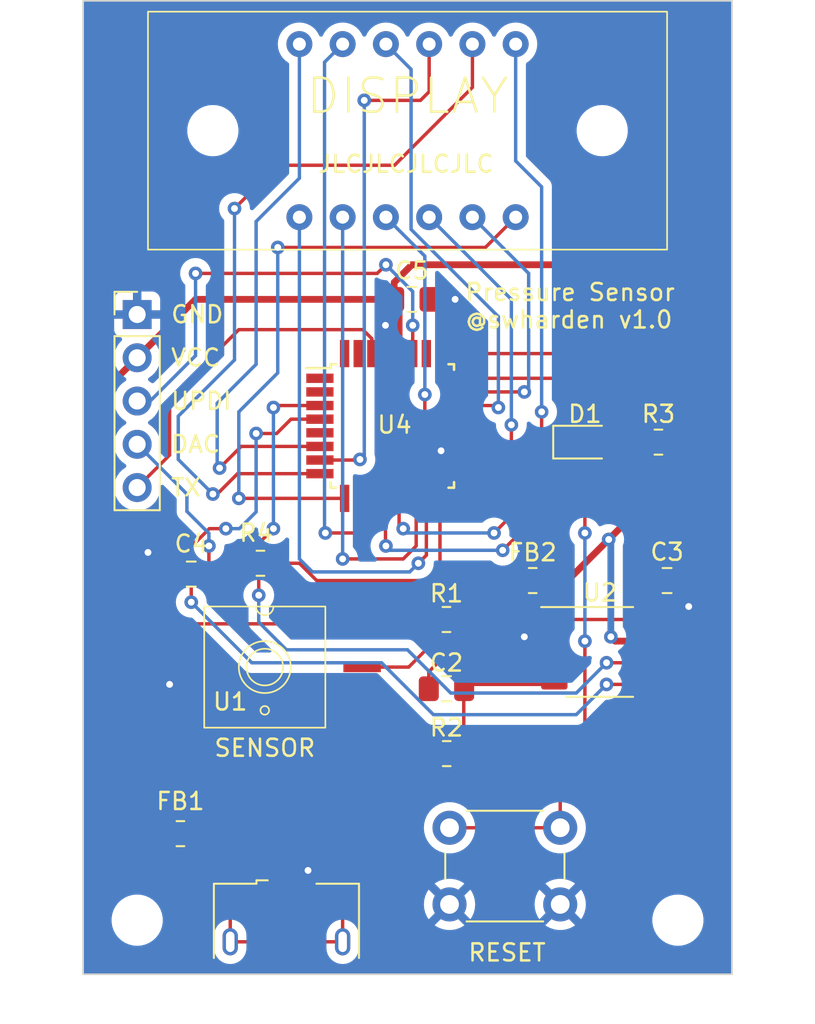
<source format=kicad_pcb>
(kicad_pcb (version 20221018) (generator pcbnew)
  (layers (0 "F.Cu" signal) (31 "B.Cu" signal) (34 "B.Paste" user) (35 "F.Paste" user) (36 "B.SilkS" user "B.Silkscreen") (37 "F.SilkS" user "F.Silkscreen") (38 "B.Mask" user) (39 "F.Mask" user) (44 "Edge.Cuts" user))
  (net 0 "")
  (net 1 "Net-(U4-PF5)")
  (net 2 "GND")
  (net 3 "Net-(C1-VBUS)")
  (net 7 "unconnected-(C1-Shield-Pad6)")
  (net 8 "Net-(U2-IN_NEG)")
  (net 9 "Net-(U2-IN_POS)")
  (net 10 "AVCC")
  (net 11 "DAC")
  (net 12 "VCC")
  (net 13 "Net-(D1-K)")
  (net 14 "Net-(D1-A)")
  (net 15 "UPDI")
  (net 16 "TX")
  (net 17 "Net-(R1-Pad1)")
  (net 18 "Net-(U1-Vpos)")
  (net 19 "Net-(U4-PD6)")
  (net 21 "SPI_CLK")
  (net 22 "SPI_MISO")
  (net 23 "SEG_E")
  (net 24 "SEG_D")
  (net 25 "SEG_P")
  (net 26 "SEG_C")
  (net 27 "SEG_G")
  (net 28 "DIG_4")
  (net 29 "SEG_B")
  (net 30 "DIG_3")
  (net 31 "DIG_2")
  (net 32 "SEG_F")
  (net 33 "SEG_A")
  (net 34 "DIG_1")
  (footprint "Capacitor_SMD:C_0805_2012Metric_Pad1.18x1.45mm_HandSolder" (layer "F.Cu") (at 107.95 84.455 180)
    (fp_text reference "C4" (at 0 1.778) (layer "F.SilkS"))
    (fp_text value ".1u")
    (fp_line (start -0.261252 -0.735) (end 0.261252 -0.735) (stroke (width 0.12)) (layer "F.SilkS"))
    (fp_line (start -0.261252 0.735) (end 0.261252 0.735) (stroke (width 0.12)) (layer "F.SilkS"))
    (pad "1" smd roundrect (at -1.0375 0 180) (size 1.175 1.45) (layers "F.Cu" "F.Paste" "F.Mask") (roundrect_rratio 0.2127659574) (net 11 "DAC"))
    (pad "2" smd roundrect (at 1.0375 0 180) (size 1.175 1.45) (layers "F.Cu" "F.Paste" "F.Mask") (roundrect_rratio 0.2127659574) (net 2 "GND"))
  )
  (footprint "Resistor_SMD:R_0805_2012Metric_Pad1.20x1.40mm_HandSolder" (layer "F.Cu") (at 122.936 87.122)
    (fp_text reference "R1" (at 0 -1.524) (layer "F.SilkS"))
    (fp_text value "1k")
    (fp_line (start -0.227064 -0.735) (end 0.227064 -0.735) (stroke (width 0.12)) (layer "F.SilkS"))
    (fp_line (start -0.227064 0.735) (end 0.227064 0.735) (stroke (width 0.12)) (layer "F.SilkS"))
    (pad "1" smd roundrect (at -1 0) (size 1.2 1.4) (layers "F.Cu" "F.Paste" "F.Mask") (roundrect_rratio 0.2083333333) (net 17 "Net-(R1-Pad1)"))
    (pad "2" smd roundrect (at 1 0) (size 1.2 1.4) (layers "F.Cu" "F.Paste" "F.Mask") (roundrect_rratio 0.2083333333) (net 8 "Net-(U2-IN_NEG)"))
  )
  (footprint "Connector_USB:USB_Micro-B_Amphenol_10118193-0001LF_Horizontal" (layer "F.Cu") (at 113.54 106.045)
    (fp_text reference "POWER" hide)
    (fp_text value "USB_B_Micro")
    (fp_line (start -4.26 -3.41) (end -4.26 0.95) (stroke (width 0.12)) (layer "F.SilkS"))
    (fp_line (start -4.26 -3.41) (end -1.76 -3.41) (stroke (width 0.12)) (layer "F.SilkS"))
    (fp_line (start -1.76 -3.41) (end -1.76 -3.61) (stroke (width 0.12)) (layer "F.SilkS"))
    (fp_line (start -1.1 -3.61) (end -1.76 -3.61) (stroke (width 0.12)) (layer "F.SilkS"))
    (fp_line (start 1.76 -3.41) (end 4.26 -3.41) (stroke (width 0.12)) (layer "F.SilkS"))
    (fp_line (start 4.26 -3.41) (end 4.26 0.95) (stroke (width 0.12)) (layer "F.SilkS"))
    (pad "1" smd roundrect (at -1.3 -2.675) (size 0.4 1.35) (layers "F.Cu" "F.Paste" "F.Mask") (net 3 "Net-(C1-VBUS)"))
    (pad "2" smd roundrect (at -0.65 -2.675) (size 0.4 1.35) (layers "F.Cu" "F.Paste" "F.Mask"))
    (pad "3" smd roundrect (at 0 -2.675) (size 0.4 1.35) (layers "F.Cu" "F.Paste" "F.Mask"))
    (pad "4" smd roundrect (at 0.65 -2.675) (size 0.4 1.35) (layers "F.Cu" "F.Paste" "F.Mask"))
    (pad "5" smd roundrect (at 1.3 -2.675) (size 0.4 1.35) (layers "F.Cu" "F.Paste" "F.Mask") (net 2 "GND"))
    (pad "6" thru_hole oval (at -3.3 0 90) (size 1.6 0.9) (drill oval 1.2 0.5) (layers "*.Cu" "*.Mask" "F.Paste") (net 7 "unconnected-(C1-Shield-Pad6)"))
    (pad "6" smd roundrect (at -3.2 -2.45) (size 1.6 1.4) (layers "F.Cu" "F.Paste" "F.Mask") (roundrect_rratio 0.1785714286) (net 7 "unconnected-(C1-Shield-Pad6)"))
    (pad "6" smd roundrect (at -1.2 0) (size 1.9 1.9) (layers "F.Cu" "F.Paste" "F.Mask") (roundrect_rratio 0.1315789474) (net 7 "unconnected-(C1-Shield-Pad6)"))
    (pad "6" smd roundrect (at 1.2 0) (size 1.9 1.9) (layers "F.Cu" "F.Paste" "F.Mask") (roundrect_rratio 0.1315789474) (net 7 "unconnected-(C1-Shield-Pad6)"))
    (pad "6" smd roundrect (at 3.2 -2.45) (size 1.6 1.4) (layers "F.Cu" "F.Paste" "F.Mask") (roundrect_rratio 0.1785714286) (net 7 "unconnected-(C1-Shield-Pad6)"))
    (pad "6" thru_hole oval (at 3.3 0 90) (size 1.6 0.9) (drill oval 1.2 0.5) (layers "*.Cu" "*.Mask" "F.Paste") (net 7 "unconnected-(C1-Shield-Pad6)"))
  )
  (footprint "Library:pressure-sensor-SOIC-6" (layer "F.Cu") (at 112.268 89.916)
    (fp_text reference "U1" (at -2.032 2.032) (layer "F.SilkS"))
    (fp_text value "SENSOR" hide)
    (fp_rect (start -3.556 -3.556) (end 3.556 3.556) (stroke (width 0.1)) (fill none) (layer "F.SilkS"))
    (fp_arc (start 0.508 -3.556) (mid 0 -3.048) (end -0.508 -3.556) (stroke (width 0.1)) (layer "F.SilkS"))
    (fp_circle (center 0 0) (end 0.762 0.762) (stroke (width 0.1)) (fill none) (layer "F.SilkS"))
    (fp_circle (center 0 0) (end 1.524 0) (stroke (width 0.1)) (fill none) (layer "F.SilkS"))
    (fp_circle (center 0 2.54) (end 0.254 2.54) (stroke (width 0.1)) (fill none) (layer "F.SilkS"))
    (pad "1" smd rect (at -5.715 -2.54 270) (size 0.6 2.2) (layers "F.Cu" "F.Paste" "F.Mask") (net 17 "Net-(R1-Pad1)"))
    (pad "2" smd rect (at -5.715 0 270) (size 0.6 2.2) (layers "F.Cu" "F.Paste" "F.Mask") (net 2 "GND"))
    (pad "3" smd rect (at -5.715 2.54 270) (size 0.6 2.2) (layers "F.Cu" "F.Paste" "F.Mask"))
    (pad "4" smd rect (at 5.715 2.54 270) (size 0.6 2.2) (layers "F.Cu" "F.Paste" "F.Mask") (net 18 "Net-(U1-Vpos)"))
    (pad "5" smd rect (at 5.715 0 270) (size 0.6 2.2) (layers "F.Cu" "F.Paste" "F.Mask") (net 10 "AVCC"))
    (pad "6" smd rect (at 5.715 -2.54 270) (size 0.6 2.2) (layers "F.Cu" "F.Paste" "F.Mask") (net 17 "Net-(R1-Pad1)"))
  )
  (footprint "Connector_PinHeader_2.54mm:PinHeader_1x05_P2.54mm_Vertical" (layer "F.Cu") (at 104.775 69.215)
    (fp_text reference "J1" hide)
    (fp_text value "PROG")
    (fp_line (start -1.33 -1.33) (end 0 -1.33) (stroke (width 0.12)) (layer "F.SilkS"))
    (fp_line (start -1.33 0) (end -1.33 -1.33) (stroke (width 0.12)) (layer "F.SilkS"))
    (fp_line (start -1.33 1.27) (end -1.33 11.49) (stroke (width 0.12)) (layer "F.SilkS"))
    (fp_line (start -1.33 1.27) (end 1.33 1.27) (stroke (width 0.12)) (layer "F.SilkS"))
    (fp_line (start -1.33 11.49) (end 1.33 11.49) (stroke (width 0.12)) (layer "F.SilkS"))
    (fp_line (start 1.33 1.27) (end 1.33 11.49) (stroke (width 0.12)) (layer "F.SilkS"))
    (pad "1" thru_hole rect (at 0 0) (size 1.7 1.7) (drill 1) (layers "*.Cu" "*.Mask") (net 2 "GND"))
    (pad "2" thru_hole oval (at 0 2.54) (size 1.7 1.7) (drill 1) (layers "*.Cu" "*.Mask") (net 12 "VCC"))
    (pad "3" thru_hole oval (at 0 5.08) (size 1.7 1.7) (drill 1) (layers "*.Cu" "*.Mask") (net 15 "UPDI"))
    (pad "4" thru_hole oval (at 0 7.62) (size 1.7 1.7) (drill 1) (layers "*.Cu" "*.Mask") (net 11 "DAC"))
    (pad "5" thru_hole oval (at 0 10.16) (size 1.7 1.7) (drill 1) (layers "*.Cu" "*.Mask") (net 16 "TX"))
  )
  (footprint "MountingHole:MountingHole_2.5mm" (layer "F.Cu") (at 132.08 58.42)
    (fp_text reference "REF**" hide)
    (fp_text value "MountingHole_2.5mm")
    (pad "" np_thru_hole circle (at 0 0) (size 2.5 2.5) (drill 2.5) (layers "*.Cu" "*.Mask"))
  )
  (footprint "Library:7_seg_display_DIP12" (layer "F.Cu") (at 120.65 58.42 90)
    (fp_text reference "U3" hide)
    (fp_text value "DISPLAY" (at 2.032 0 unlocked) (layer "F.SilkS") (effects (font (size 2 2))))
    (fp_rect (start -6.985 -15.24) (end 6.985 15.24) (stroke (width 0.1)) (fill none) (layer "F.SilkS"))
    (pad "1" thru_hole circle (at -5.08 -6.35 90) (size 1.524 1.524) (drill 0.762) (layers "*.Cu" "*.Mask") (net 23 "SEG_E"))
    (pad "2" thru_hole circle (at -5.08 -3.81 90) (size 1.524 1.524) (drill 0.762) (layers "*.Cu" "*.Mask") (net 24 "SEG_D"))
    (pad "3" thru_hole circle (at -5.08 -1.27 90) (size 1.524 1.524) (drill 0.762) (layers "*.Cu" "*.Mask") (net 25 "SEG_P"))
    (pad "4" thru_hole circle (at -5.08 1.27 90) (size 1.524 1.524) (drill 0.762) (layers "*.Cu" "*.Mask") (net 26 "SEG_C"))
    (pad "5" thru_hole circle (at -5.08 3.81 90) (size 1.524 1.524) (drill 0.762) (layers "*.Cu" "*.Mask") (net 27 "SEG_G"))
    (pad "6" thru_hole circle (at -5.08 6.35 90) (size 1.524 1.524) (drill 0.762) (layers "*.Cu" "*.Mask") (net 28 "DIG_4"))
    (pad "7" thru_hole circle (at 5.08 6.35 90) (size 1.524 1.524) (drill 0.762) (layers "*.Cu" "*.Mask") (net 29 "SEG_B"))
    (pad "8" thru_hole circle (at 5.08 3.81 90) (size 1.524 1.524) (drill 0.762) (layers "*.Cu" "*.Mask") (net 30 "DIG_3"))
    (pad "9" thru_hole circle (at 5.08 1.27 90) (size 1.524 1.524) (drill 0.762) (layers "*.Cu" "*.Mask") (net 31 "DIG_2"))
    (pad "10" thru_hole circle (at 5.08 -1.27 90) (size 1.524 1.524) (drill 0.762) (layers "*.Cu" "*.Mask") (net 32 "SEG_F"))
    (pad "11" thru_hole circle (at 5.08 -3.81 90) (size 1.524 1.524) (drill 0.762) (layers "*.Cu" "*.Mask") (net 33 "SEG_A"))
    (pad "12" thru_hole circle (at 5.08 -6.35 90) (size 1.524 1.524) (drill 0.762) (layers "*.Cu" "*.Mask") (net 34 "DIG_1"))
  )
  (footprint "Package_QFP:TQFP-32_7x7mm_P0.8mm" (layer "F.Cu") (at 119.755 75.76)
    (fp_text reference "U4" (at 0.133 -0.068) (layer "F.SilkS"))
    (fp_text value "AVR64DD32")
    (fp_line (start -3.625 -3.625) (end -3.625 -3.4) (stroke (width 0.15)) (layer "F.SilkS"))
    (fp_line (start -3.625 -3.625) (end -3.3 -3.625) (stroke (width 0.15)) (layer "F.SilkS"))
    (fp_line (start -3.625 -3.4) (end -5.05 -3.4) (stroke (width 0.15)) (layer "F.SilkS"))
    (fp_line (start -3.625 3.625) (end -3.625 3.3) (stroke (width 0.15)) (layer "F.SilkS"))
    (fp_line (start -3.625 3.625) (end -3.3 3.625) (stroke (width 0.15)) (layer "F.SilkS"))
    (fp_line (start 3.625 -3.625) (end 3.3 -3.625) (stroke (width 0.15)) (layer "F.SilkS"))
    (fp_line (start 3.625 -3.625) (end 3.625 -3.3) (stroke (width 0.15)) (layer "F.SilkS"))
    (fp_line (start 3.625 3.625) (end 3.3 3.625) (stroke (width 0.15)) (layer "F.SilkS"))
    (fp_line (start 3.625 3.625) (end 3.625 3.3) (stroke (width 0.15)) (layer "F.SilkS"))
    (pad "1" smd rect (at -4.25 -2.8) (size 1.6 0.55) (layers "F.Cu" "F.Paste" "F.Mask"))
    (pad "2" smd rect (at -4.25 -2) (size 1.6 0.55) (layers "F.Cu" "F.Paste" "F.Mask"))
    (pad "3" smd rect (at -4.25 -1.2) (size 1.6 0.55) (layers "F.Cu" "F.Paste" "F.Mask") (net 22 "SPI_MISO"))
    (pad "4" smd rect (at -4.25 -0.4) (size 1.6 0.55) (layers "F.Cu" "F.Paste" "F.Mask") (net 21 "SPI_CLK"))
    (pad "5" smd rect (at -4.25 0.4) (size 1.6 0.55) (layers "F.Cu" "F.Paste" "F.Mask"))
    (pad "6" smd rect (at -4.25 1.2) (size 1.6 0.55) (layers "F.Cu" "F.Paste" "F.Mask") (net 34 "DIG_1"))
    (pad "7" smd rect (at -4.25 2) (size 1.6 0.55) (layers "F.Cu" "F.Paste" "F.Mask") (net 31 "DIG_2"))
    (pad "8" smd rect (at -4.25 2.8) (size 1.6 0.55) (layers "F.Cu" "F.Paste" "F.Mask") (net 30 "DIG_3"))
    (pad "9" smd rect (at -2.8 4.25 90) (size 1.6 0.55) (layers "F.Cu" "F.Paste" "F.Mask") (net 28 "DIG_4"))
    (pad "10" smd rect (at -2 4.25 90) (size 1.6 0.55) (layers "F.Cu" "F.Paste" "F.Mask"))
    (pad "11" smd rect (at -1.2 4.25 90) (size 1.6 0.55) (layers "F.Cu" "F.Paste" "F.Mask") (net 33 "SEG_A"))
    (pad "12" smd rect (at -0.4 4.25 90) (size 1.6 0.55) (layers "F.Cu" "F.Paste" "F.Mask") (net 29 "SEG_B"))
    (pad "13" smd rect (at 0.4 4.25 90) (size 1.6 0.55) (layers "F.Cu" "F.Paste" "F.Mask") (net 26 "SEG_C"))
    (pad "14" smd rect (at 1.2 4.25 90) (size 1.6 0.55) (layers "F.Cu" "F.Paste" "F.Mask") (net 24 "SEG_D"))
    (pad "15" smd rect (at 2 4.25 90) (size 1.6 0.55) (layers "F.Cu" "F.Paste" "F.Mask") (net 23 "SEG_E"))
    (pad "16" smd rect (at 2.8 4.25 90) (size 1.6 0.55) (layers "F.Cu" "F.Paste" "F.Mask") (net 19 "Net-(U4-PD6)"))
    (pad "17" smd rect (at 4.25 2.8) (size 1.6 0.55) (layers "F.Cu" "F.Paste" "F.Mask") (net 25 "SEG_P"))
    (pad "18" smd rect (at 4.25 2) (size 1.6 0.55) (layers "F.Cu" "F.Paste" "F.Mask"))
    (pad "19" smd rect (at 4.25 1.2) (size 1.6 0.55) (layers "F.Cu" "F.Paste" "F.Mask") (net 2 "GND"))
    (pad "20" smd rect (at 4.25 0.4) (size 1.6 0.55) (layers "F.Cu" "F.Paste" "F.Mask"))
    (pad "21" smd rect (at 4.25 -0.4) (size 1.6 0.55) (layers "F.Cu" "F.Paste" "F.Mask"))
    (pad "22" smd rect (at 4.25 -1.2) (size 1.6 0.55) (layers "F.Cu" "F.Paste" "F.Mask") (net 32 "SEG_F"))
    (pad "23" smd rect (at 4.25 -2) (size 1.6 0.55) (layers "F.Cu" "F.Paste" "F.Mask") (net 27 "SEG_G"))
    (pad "24" smd rect (at 4.25 -2.8) (size 1.6 0.55) (layers "F.Cu" "F.Paste" "F.Mask") (net 13 "Net-(D1-K)"))
    (pad "25" smd rect (at 2.8 -4.25 90) (size 1.6 0.55) (layers "F.Cu" "F.Paste" "F.Mask") (net 1 "Net-(U4-PF5)"))
    (pad "26" smd rect (at 2 -4.25 90) (size 1.6 0.55) (layers "F.Cu" "F.Paste" "F.Mask"))
    (pad "27" smd rect (at 1.2 -4.25 90) (size 1.6 0.55) (layers "F.Cu" "F.Paste" "F.Mask") (net 15 "UPDI"))
    (pad "28" smd rect (at 0.4 -4.25 90) (size 1.6 0.55) (layers "F.Cu" "F.Paste" "F.Mask") (net 12 "VCC"))
    (pad "29" smd rect (at -0.4 -4.25 90) (size 1.6 0.55) (layers "F.Cu" "F.Paste" "F.Mask") (net 2 "GND"))
    (pad "30" smd rect (at -1.2 -4.25 90) (size 1.6 0.55) (layers "F.Cu" "F.Paste" "F.Mask") (net 16 "TX"))
    (pad "31" smd rect (at -2 -4.25 90) (size 1.6 0.55) (layers "F.Cu" "F.Paste" "F.Mask"))
    (pad "32" smd rect (at -2.8 -4.25 90) (size 1.6 0.55) (layers "F.Cu" "F.Paste" "F.Mask"))
  )
  (footprint "MountingHole:MountingHole_2.5mm" (layer "F.Cu") (at 109.22 58.42)
    (fp_text reference "REF**" hide)
    (fp_text value "MountingHole_2.5mm")
    (pad "" np_thru_hole circle (at 0 0) (size 2.5 2.5) (drill 2.5) (layers "*.Cu" "*.Mask"))
  )
  (footprint "MountingHole:MountingHole_2.5mm" (layer "F.Cu") (at 104.775 104.775)
    (fp_text reference "REF**" hide)
    (fp_text value "MountingHole_2.5mm")
    (pad "" np_thru_hole circle (at 0 0) (size 2.5 2.5) (drill 2.5) (layers "*.Cu" "*.Mask"))
  )
  (footprint "MountingHole:MountingHole_2.5mm" (layer "F.Cu") (at 136.525 104.775)
    (fp_text reference "REF**" hide)
    (fp_text value "MountingHole_2.5mm")
    (pad "" np_thru_hole circle (at 0 0) (size 2.5 2.5) (drill 2.5) (layers "*.Cu" "*.Mask"))
  )
  (footprint "Resistor_SMD:R_0805_2012Metric_Pad1.20x1.40mm_HandSolder" (layer "F.Cu") (at 135.382 76.708)
    (fp_text reference "R3" (at 0 -1.65) (layer "F.SilkS"))
    (fp_text value "10k")
    (fp_line (start -0.227064 -0.735) (end 0.227064 -0.735) (stroke (width 0.12)) (layer "F.SilkS"))
    (fp_line (start -0.227064 0.735) (end 0.227064 0.735) (stroke (width 0.12)) (layer "F.SilkS"))
    (pad "1" smd roundrect (at -1 0) (size 1.2 1.4) (layers "F.Cu" "F.Paste" "F.Mask") (roundrect_rratio 0.2083333333) (net 14 "Net-(D1-A)"))
    (pad "2" smd roundrect (at 1 0) (size 1.2 1.4) (layers "F.Cu" "F.Paste" "F.Mask") (roundrect_rratio 0.2083333333) (net 12 "VCC"))
  )
  (footprint "Package_SO:SSOP-8_3.9x5.05mm_P1.27mm" (layer "F.Cu") (at 131.945 89.027)
    (fp_text reference "U2" (at 0 -3.48) (layer "F.SilkS"))
    (fp_text value "HX710")
    (fp_line (start 0 -2.635) (end -3.45 -2.635) (stroke (width 0.12)) (layer "F.SilkS"))
    (fp_line (start 0 -2.635) (end 1.95 -2.635) (stroke (width 0.12)) (layer "F.SilkS"))
    (fp_line (start 0 2.635) (end -1.95 2.635) (stroke (width 0.12)) (layer "F.SilkS"))
    (fp_line (start 0 2.635) (end 1.95 2.635) (stroke (width 0.12)) (layer "F.SilkS"))
    (pad "1" smd roundrect (at -2.675 -1.905) (size 1.55 0.6) (layers "F.Cu" "F.Paste" "F.Mask") (net 10 "AVCC"))
    (pad "2" smd roundrect (at -2.675 -0.635) (size 1.55 0.6) (layers "F.Cu" "F.Paste" "F.Mask") (net 2 "GND"))
    (pad "3" smd roundrect (at -2.675 0.635) (size 1.55 0.6) (layers "F.Cu" "F.Paste" "F.Mask") (net 8 "Net-(U2-IN_NEG)"))
    (pad "4" smd roundrect (at -2.675 1.905) (size 1.55 0.6) (layers "F.Cu" "F.Paste" "F.Mask") (net 9 "Net-(U2-IN_POS)"))
    (pad "5" smd roundrect (at 2.675 1.905) (size 1.55 0.6) (layers "F.Cu" "F.Paste" "F.Mask") (net 21 "SPI_CLK"))
    (pad "6" smd roundrect (at 2.675 0.635) (size 1.55 0.6) (layers "F.Cu" "F.Paste" "F.Mask") (net 22 "SPI_MISO"))
    (pad "7" smd roundrect (at 2.675 -0.635) (size 1.55 0.6) (layers "F.Cu" "F.Paste" "F.Mask") (net 12 "VCC"))
    (pad "8" smd roundrect (at 2.675 -1.905) (size 1.55 0.6) (layers "F.Cu" "F.Paste" "F.Mask") (net 10 "AVCC"))
  )
  (footprint "Resistor_SMD:R_0805_2012Metric_Pad1.20x1.40mm_HandSolder" (layer "F.Cu") (at 107.315 99.695 180)
    (fp_text reference "FB1" (at 0 1.905) (layer "F.SilkS"))
    (fp_text value "FerriteBead_Small")
    (fp_line (start -0.227064 -0.735) (end 0.227064 -0.735) (stroke (width 0.12)) (layer "F.SilkS"))
    (fp_line (start -0.227064 0.735) (end 0.227064 0.735) (stroke (width 0.12)) (layer "F.SilkS"))
    (pad "1" smd roundrect (at -1 0 180) (size 1.2 1.4) (layers "F.Cu" "F.Paste" "F.Mask") (roundrect_rratio 0.2083333333) (net 3 "Net-(C1-VBUS)"))
    (pad "2" smd roundrect (at 1 0 180) (size 1.2 1.4) (layers "F.Cu" "F.Paste" "F.Mask") (roundrect_rratio 0.2083333333) (net 12 "VCC"))
  )
  (footprint "LED_SMD:LED_0805_2012Metric_Pad1.15x1.40mm_HandSolder" (layer "F.Cu") (at 131.064 76.708)
    (fp_text reference "D1" (at 0 -1.65) (layer "F.SilkS"))
    (fp_text value "STATUS")
    (fp_line (start -1.86 -0.96) (end -1.86 0.96) (stroke (width 0.12)) (layer "F.SilkS"))
    (fp_line (start -1.86 0.96) (end 1 0.96) (stroke (width 0.12)) (layer "F.SilkS"))
    (fp_line (start 1 -0.96) (end -1.86 -0.96) (stroke (width 0.12)) (layer "F.SilkS"))
    (pad "1" smd roundrect (at -1.025 0) (size 1.15 1.4) (layers "F.Cu" "F.Paste" "F.Mask") (roundrect_rratio 0.2173913043) (net 13 "Net-(D1-K)"))
    (pad "2" smd roundrect (at 1.025 0) (size 1.15 1.4) (layers "F.Cu" "F.Paste" "F.Mask") (roundrect_rratio 0.2173913043) (net 14 "Net-(D1-A)"))
  )
  (footprint "Resistor_SMD:R_0805_2012Metric_Pad1.20x1.40mm_HandSolder" (layer "F.Cu") (at 112.014 83.82 180)
    (fp_text reference "R4" (at 0.254 1.778) (layer "F.SilkS"))
    (fp_text value "1k")
    (fp_line (start -0.227064 -0.735) (end 0.227064 -0.735) (stroke (width 0.12)) (layer "F.SilkS"))
    (fp_line (start -0.227064 0.735) (end 0.227064 0.735) (stroke (width 0.12)) (layer "F.SilkS"))
    (pad "1" smd roundrect (at -1 0 180) (size 1.2 1.4) (layers "F.Cu" "F.Paste" "F.Mask") (roundrect_rratio 0.2083333333) (net 19 "Net-(U4-PD6)"))
    (pad "2" smd roundrect (at 1 0 180) (size 1.2 1.4) (layers "F.Cu" "F.Paste" "F.Mask") (roundrect_rratio 0.2083333333) (net 11 "DAC"))
  )
  (footprint "Resistor_SMD:R_0805_2012Metric_Pad1.20x1.40mm_HandSolder" (layer "F.Cu") (at 122.952 94.996 180)
    (fp_text reference "R2" (at 0.016 1.524) (layer "F.SilkS"))
    (fp_text value "1k")
    (fp_line (start -0.227064 -0.735) (end 0.227064 -0.735) (stroke (width 0.12)) (layer "F.SilkS"))
    (fp_line (start -0.227064 0.735) (end 0.227064 0.735) (stroke (width 0.12)) (layer "F.SilkS"))
    (pad "1" smd roundrect (at -1 0 180) (size 1.2 1.4) (layers "F.Cu" "F.Paste" "F.Mask") (roundrect_rratio 0.2083333333) (net 9 "Net-(U2-IN_POS)"))
    (pad "2" smd roundrect (at 1 0 180) (size 1.2 1.4) (layers "F.Cu" "F.Paste" "F.Mask") (roundrect_rratio 0.2083333333) (net 18 "Net-(U1-Vpos)"))
  )
  (footprint "Resistor_SMD:R_0805_2012Metric_Pad1.20x1.40mm_HandSolder" (layer "F.Cu") (at 128 84.836)
    (fp_text reference "FB2" (at 0 -1.65) (layer "F.SilkS"))
    (fp_text value "FerriteBead_Small")
    (fp_line (start -0.227064 -0.735) (end 0.227064 -0.735) (stroke (width 0.12)) (layer "F.SilkS"))
    (fp_line (start -0.227064 0.735) (end 0.227064 0.735) (stroke (width 0.12)) (layer "F.SilkS"))
    (pad "1" smd roundrect (at -1 0) (size 1.2 1.4) (layers "F.Cu" "F.Paste" "F.Mask") (roundrect_rratio 0.2083333333) (net 10 "AVCC"))
    (pad "2" smd roundrect (at 1 0) (size 1.2 1.4) (layers "F.Cu" "F.Paste" "F.Mask") (roundrect_rratio 0.2083333333) (net 12 "VCC"))
  )
  (footprint "Capacitor_SMD:C_0805_2012Metric_Pad1.18x1.45mm_HandSolder" (layer "F.Cu") (at 122.936 91.186)
    (fp_text reference "C2" (at 0 -1.524) (layer "F.SilkS"))
    (fp_text value ".1u")
    (fp_line (start -0.261252 -0.735) (end 0.261252 -0.735) (stroke (width 0.12)) (layer "F.SilkS"))
    (fp_line (start -0.261252 0.735) (end 0.261252 0.735) (stroke (width 0.12)) (layer "F.SilkS"))
    (pad "1" smd roundrect (at -1.0375 0) (size 1.175 1.45) (layers "F.Cu" "F.Paste" "F.Mask") (roundrect_rratio 0.2127659574) (net 8 "Net-(U2-IN_NEG)"))
    (pad "2" smd roundrect (at 1.0375 0) (size 1.175 1.45) (layers "F.Cu" "F.Paste" "F.Mask") (roundrect_rratio 0.2127659574) (net 9 "Net-(U2-IN_POS)"))
  )
  (footprint "Capacitor_SMD:C_0805_2012Metric_Pad1.18x1.45mm_HandSolder" (layer "F.Cu") (at 120.904 68.326)
    (fp_text reference "C5" (at 0 -1.68) (layer "F.SilkS"))
    (fp_text value ".1u")
    (fp_line (start -0.261252 -0.735) (end 0.261252 -0.735) (stroke (width 0.12)) (layer "F.SilkS"))
    (fp_line (start -0.261252 0.735) (end 0.261252 0.735) (stroke (width 0.12)) (layer "F.SilkS"))
    (pad "1" smd roundrect (at -1.0375 0) (size 1.175 1.45) (layers "F.Cu" "F.Paste" "F.Mask") (roundrect_rratio 0.2127659574) (net 12 "VCC"))
    (pad "2" smd roundrect (at 1.0375 0) (size 1.175 1.45) (layers "F.Cu" "F.Paste" "F.Mask") (roundrect_rratio 0.2127659574) (net 2 "GND"))
  )
  (footprint "Button_Switch_THT:SW_PUSH_6mm_H5mm" (layer "F.Cu") (at 123.115 99.35)
    (fp_text reference "RESET" (at 3.377 7.33) (layer "F.SilkS" knockout))
    (fp_text value "SW_Push")
    (fp_line (start -0.25 1.5) (end -0.25 3) (stroke (width 0.12)) (layer "F.SilkS"))
    (fp_line (start 1 5.5) (end 5.5 5.5) (stroke (width 0.12)) (layer "F.SilkS"))
    (fp_line (start 5.5 -1) (end 1 -1) (stroke (width 0.12)) (layer "F.SilkS"))
    (fp_line (start 6.75 3) (end 6.75 1.5) (stroke (width 0.12)) (layer "F.SilkS"))
    (pad "1" thru_hole circle (at 0 0 90) (size 2 2) (drill 1.1) (layers "*.Cu" "*.Mask") (net 1 "Net-(U4-PF5)"))
    (pad "1" thru_hole circle (at 6.5 0 90) (size 2 2) (drill 1.1) (layers "*.Cu" "*.Mask") (net 1 "Net-(U4-PF5)"))
    (pad "2" thru_hole circle (at 0 4.5 90) (size 2 2) (drill 1.1) (layers "*.Cu" "*.Mask") (net 2 "GND"))
    (pad "2" thru_hole circle (at 6.5 4.5 90) (size 2 2) (drill 1.1) (layers "*.Cu" "*.Mask") (net 2 "GND"))
  )
  (footprint "Capacitor_SMD:C_0805_2012Metric_Pad1.18x1.45mm_HandSolder" (layer "F.Cu") (at 135.89 84.836)
    (fp_text reference "C3" (at 0 -1.68) (layer "F.SilkS"))
    (fp_text value ".1u")
    (fp_line (start -0.261252 -0.735) (end 0.261252 -0.735) (stroke (width 0.12)) (layer "F.SilkS"))
    (fp_line (start -0.261252 0.735) (end 0.261252 0.735) (stroke (width 0.12)) (layer "F.SilkS"))
    (pad "1" smd roundrect (at -1.0375 0) (size 1.175 1.45) (layers "F.Cu" "F.Paste" "F.Mask") (roundrect_rratio 0.2127659574) (net 10 "AVCC"))
    (pad "2" smd roundrect (at 1.0375 0) (size 1.175 1.45) (layers "F.Cu" "F.Paste" "F.Mask") (roundrect_rratio 0.2127659574) (net 2 "GND"))
  )
  (gr_rect (start 101.6 50.8) (end 139.7 107.95) (stroke (width 0.1)) (fill none) (layer "Edge.Cuts"))
  (gr_text "DAC" (at 106.68 76.835) (layer "F.SilkS") (effects (font (size 1 1)) (justify left)))
  (gr_text "GND" (at 106.68 69.215) (layer "F.SilkS") (effects (font (size 1 1)) (justify left)))
  (gr_text "VCC" (at 106.68 71.755) (layer "F.SilkS") (effects (font (size 1 1)) (justify left)))
  (gr_text "SENSOR" (at 109.22 95.25) (layer "F.SilkS") (effects (font (size 1 1)) (justify left bottom)))
  (gr_text "UPDI" (at 106.68 74.295) (layer "F.SilkS") (effects (font (size 1 1)) (justify left)))
  (gr_text "JLCJLCJLCJLC" (at 115.316 60.96) (layer "F.SilkS") (effects (font (size 1 1)) (justify left bottom)))
  (gr_text "Pressure Sensor\n@swharden v1.0" (at 123.952 70.104) (layer "F.SilkS") (effects (font (size 1 1)) (justify left bottom)))
  (gr_text "TX" (at 106.68 79.375) (layer "F.SilkS") (effects (font (size 1 1)) (justify left)))
  (segment (start 131.064 82.042) (end 131.064 73.152) (width 0.2) (layer "F.Cu") (net 1))
  (segment (start 131.064 73.152) (end 129.422 71.51) (width 0.2) (layer "F.Cu") (net 1))
  (segment (start 123.115 99.35) (end 129.615 99.35) (width 0.2) (layer "F.Cu") (net 1))
  (segment (start 129.422 71.51) (end 122.555 71.51) (width 0.2) (layer "F.Cu") (net 1))
  (segment (start 131.064 94.488) (end 129.615 95.937) (width 0.2) (layer "F.Cu") (net 1))
  (segment (start 129.615 95.937) (end 129.615 99.35) (width 0.2) (layer "F.Cu") (net 1))
  (segment (start 131.064 88.392) (end 131.064 94.488) (width 0.2) (layer "F.Cu") (net 1))
  (via (at 131.064 82.042) (size 0.8) (drill 0.4) (layers "F.Cu" "B.Cu") (net 1))
  (via (at 131.064 88.392) (size 0.8) (drill 0.4) (layers "F.Cu" "B.Cu") (net 1))
  (segment (start 131.064 88.392) (end 131.064 82.042) (width 0.2) (layer "B.Cu") (net 1))
  (segment (start 114.84 101.886) (end 114.808 101.854) (width 0.4) (layer "F.Cu") (net 2))
  (segment (start 129.27 88.392) (end 127.762 88.392) (width 0.4) (layer "F.Cu") (net 2))
  (segment (start 122.8755 76.96) (end 122.6195 77.216) (width 0.4) (layer "F.Cu") (net 2))
  (segment (start 119.3555 69.85) (end 119.355 69.8505) (width 0.4) (layer "F.Cu") (net 2))
  (segment (start 119.355 69.8505) (end 119.355 71.51) (width 0.4) (layer "F.Cu") (net 2))
  (segment (start 106.553 90.805) (end 106.68 90.932) (width 0.2) (layer "F.Cu") (net 2))
  (segment (start 124.005 76.96) (end 122.8755 76.96) (width 0.4) (layer "F.Cu") (net 2))
  (segment (start 105.41 83.185) (end 105.6425 83.185) (width 0.2) (layer "F.Cu") (net 2))
  (segment (start 136.9275 84.836) (end 136.9275 86.1275) (width 0.2) (layer "F.Cu") (net 2))
  (segment (start 105.6425 83.185) (end 106.9125 84.455) (width 0.2) (layer "F.Cu") (net 2))
  (segment (start 121.9415 68.326) (end 123.444 68.326) (width 0.4) (layer "F.Cu") (net 2))
  (segment (start 127.762 88.392) (end 127.508 88.138) (width 0.4) (layer "F.Cu") (net 2))
  (segment (start 106.553 89.916) (end 106.553 90.805) (width 0.2) (layer "F.Cu") (net 2))
  (segment (start 114.84 103.37) (end 114.84 101.886) (width 0.4) (layer "F.Cu") (net 2))
  (segment (start 136.9275 86.1275) (end 137.16 86.36) (width 0.2) (layer "F.Cu") (net 2))
  (via (at 114.808 101.854) (size 0.8) (drill 0.4) (layers "F.Cu" "B.Cu") (net 2))
  (via (at 137.16 86.36) (size 0.8) (drill 0.4) (layers "F.Cu" "B.Cu") (net 2))
  (via (at 122.6195 77.216) (size 0.8) (drill 0.4) (layers "F.Cu" "B.Cu") (net 2))
  (via (at 105.41 83.185) (size 0.8) (drill 0.4) (layers "F.Cu" "B.Cu") (net 2))
  (via (at 106.68 90.932) (size 0.8) (drill 0.4) (layers "F.Cu" "B.Cu") (net 2))
  (via (at 123.444 68.326) (size 0.8) (drill 0.4) (layers "F.Cu" "B.Cu") (net 2))
  (via (at 127.508 88.138) (size 0.8) (drill 0.4) (layers "F.Cu" "B.Cu") (net 2))
  (via (at 119.3555 69.85) (size 0.8) (drill 0.4) (layers "F.Cu" "B.Cu") (net 2))
  (segment (start 112.24 102.08) (end 112.24 103.37) (width 0.4) (layer "F.Cu") (net 3))
  (segment (start 108.315 99.695) (end 109.855 99.695) (width 0.4) (layer "F.Cu") (net 3))
  (segment (start 109.855 99.695) (end 112.24 102.08) (width 0.4) (layer "F.Cu") (net 3))
  (segment (start 110.24 103.695) (end 110.24 106.045) (width 0.2) (layer "F.Cu") (net 7))
  (segment (start 114.74 106.045) (end 116.84 106.045) (width 0.2) (layer "F.Cu") (net 7))
  (segment (start 116.84 103.695) (end 116.84 106.045) (width 0.2) (layer "F.Cu") (net 7))
  (segment (start 112.34 106.045) (end 110.24 106.045) (width 0.2) (layer "F.Cu") (net 7))
  (segment (start 116.74 103.595) (end 116.84 103.695) (width 0.2) (layer "F.Cu") (net 7))
  (segment (start 110.34 103.595) (end 110.24 103.695) (width 0.2) (layer "F.Cu") (net 7))
  (segment (start 112.34 106.045) (end 114.74 106.045) (width 0.2) (layer "F.Cu") (net 7))
  (segment (start 121.8985 91.186) (end 121.8985 90.1915) (width 0.2) (layer "F.Cu") (net 8))
  (segment (start 123.936 87.122) (end 124.714 87.122) (width 0.2) (layer "F.Cu") (net 8))
  (segment (start 124.714 87.122) (end 127.254 89.662) (width 0.2) (layer "F.Cu") (net 8))
  (segment (start 121.8985 90.1915) (end 123.936 88.154) (width 0.2) (layer "F.Cu") (net 8))
  (segment (start 123.936 88.154) (end 123.936 87.122) (width 0.2) (layer "F.Cu") (net 8))
  (segment (start 127.254 89.662) (end 129.27 89.662) (width 0.2) (layer "F.Cu") (net 8))
  (segment (start 123.952 91.2075) (end 123.9735 91.186) (width 0.2) (layer "F.Cu") (net 9))
  (segment (start 124.2275 90.932) (end 123.9735 91.186) (width 0.2) (layer "F.Cu") (net 9))
  (segment (start 129.27 90.932) (end 124.2275 90.932) (width 0.2) (layer "F.Cu") (net 9))
  (segment (start 123.952 94.996) (end 123.952 91.2075) (width 0.2) (layer "F.Cu") (net 9))
  (segment (start 134.62 85.0685) (end 134.8525 84.836) (width 0.2) (layer "F.Cu") (net 10))
  (segment (start 127.762 87.122) (end 129.27 87.122) (width 0.2) (layer "F.Cu") (net 10))
  (segment (start 120.719817 89.916) (end 122.936 87.699817) (width 0.2) (layer "F.Cu") (net 10))
  (segment (start 122.936 87.699817) (end 122.936 86.36) (width 0.2) (layer "F.Cu") (net 10))
  (segment (start 122.936 86.36) (end 124.46 84.836) (width 0.2) (layer "F.Cu") (net 10))
  (segment (start 127 84.836) (end 127 86.36) (width 0.2) (layer "F.Cu") (net 10))
  (segment (start 124.46 84.836) (end 127 84.836) (width 0.2) (layer "F.Cu") (net 10))
  (segment (start 127 86.36) (end 127.762 87.122) (width 0.2) (layer "F.Cu") (net 10))
  (segment (start 134.62 87.122) (end 134.62 85.0685) (width 0.2) (layer "F.Cu") (net 10))
  (segment (start 117.983 89.916) (end 120.719817 89.916) (width 0.2) (layer "F.Cu") (net 10))
  (segment (start 129.27 87.122) (end 134.62 87.122) (width 0.2) (layer "F.Cu") (net 10))
  (segment (start 108.9875 84.455) (end 109.1145 84.328) (width 0.2) (layer "F.Cu") (net 11))
  (segment (start 109.1145 84.328) (end 110.506 84.328) (width 0.2) (layer "F.Cu") (net 11))
  (segment (start 108.9875 82.804) (end 108.9875 84.455) (width 0.2) (layer "F.Cu") (net 11))
  (segment (start 110.506 84.328) (end 111.014 83.82) (width 0.2) (layer "F.Cu") (net 11))
  (via (at 108.9875 82.804) (size 0.8) (drill 0.4) (layers "F.Cu" "B.Cu") (net 11))
  (segment (start 108.9875 82.0635) (end 107.696 80.772) (width 0.2) (layer "B.Cu") (net 11))
  (segment (start 107.696 79.756) (end 104.775 76.835) (width 0.2) (layer "B.Cu") (net 11))
  (segment (start 108.9875 82.804) (end 108.9875 82.0635) (width 0.2) (layer "B.Cu") (net 11))
  (segment (start 107.696 80.772) (end 107.696 79.756) (width 0.2) (layer "B.Cu") (net 11))
  (segment (start 136.382 78.502) (end 132.461 82.423) (width 0.4) (layer "F.Cu") (net 12))
  (segment (start 132.461 82.423) (end 130.048 84.836) (width 0.4) (layer "F.Cu") (net 12))
  (segment (start 134.62 88.392) (end 132.842 88.392) (width 0.4) (layer "F.Cu") (net 12))
  (segment (start 106.315 99.695) (end 104.775 99.695) (width 0.4) (layer "F.Cu") (net 12))
  (segment (start 120.904 66.294) (end 130.302 66.294) (width 0.4) (layer "F.Cu") (net 12))
  (segment (start 103.124 98.044) (end 103.124 73.406) (width 0.4) (layer "F.Cu") (net 12))
  (segment (start 104.775 99.695) (end 103.124 98.044) (width 0.4) (layer "F.Cu") (net 12))
  (segment (start 103.124 73.406) (end 104.775 71.755) (width 0.4) (layer "F.Cu") (net 12))
  (segment (start 104.775 71.755) (end 108.204 68.326) (width 0.4) (layer "F.Cu") (net 12))
  (segment (start 120.155 68.6145) (end 119.8665 68.326) (width 0.4) (layer "F.Cu") (net 12))
  (segment (start 132.842 88.392) (end 132.588 88.138) (width 0.4) (layer "F.Cu") (net 12))
  (segment (start 136.382 76.708) (end 136.382 78.502) (width 0.4) (layer "F.Cu") (net 12))
  (segment (start 119.8665 67.3315) (end 120.904 66.294) (width 0.4) (layer "F.Cu") (net 12))
  (segment (start 119.8665 68.326) (end 119.8665 67.3315) (width 0.4) (layer "F.Cu") (net 12))
  (segment (start 130.302 66.294) (end 136.382 72.374) (width 0.4) (layer "F.Cu") (net 12))
  (segment (start 108.204 68.326) (end 119.8665 68.326) (width 0.4) (layer "F.Cu") (net 12))
  (segment (start 130.048 84.836) (end 129 84.836) (width 0.4) (layer "F.Cu") (net 12))
  (segment (start 136.382 72.374) (end 136.382 76.708) (width 0.4) (layer "F.Cu") (net 12))
  (segment (start 120.155 71.51) (end 120.155 68.6145) (width 0.4) (layer "F.Cu") (net 12))
  (via (at 132.588 88.138) (size 0.8) (drill 0.4) (layers "F.Cu" "B.Cu") (net 12))
  (via (at 132.461 82.423) (size 0.8) (drill 0.4) (layers "F.Cu" "B.Cu") (net 12))
  (segment (start 132.588 82.55) (end 132.461 82.423) (width 0.4) (layer "B.Cu") (net 12))
  (segment (start 132.588 88.138) (end 132.588 82.55) (width 0.4) (layer "B.Cu") (net 12))
  (segment (start 129.348 72.96) (end 124.005 72.96) (width 0.2) (layer "F.Cu") (net 13))
  (segment (start 130.039 76.708) (end 130.039 73.651) (width 0.2) (layer "F.Cu") (net 13))
  (segment (start 130.039 73.651) (end 129.348 72.96) (width 0.2) (layer "F.Cu") (net 13))
  (segment (start 134.382 76.708) (end 132.089 76.708) (width 0.2) (layer "F.Cu") (net 14))
  (segment (start 119.38 66.294) (end 118.872 66.802) (width 0.2) (layer "F.Cu") (net 15))
  (segment (start 120.955 71.51) (end 120.955 69.8505) (width 0.2) (layer "F.Cu") (net 15))
  (segment (start 120.955 69.8505) (end 120.9545 69.85) (width 0.2) (layer "F.Cu") (net 15))
  (segment (start 118.872 66.802) (end 108.204 66.802) (width 0.2) (layer "F.Cu") (net 15))
  (via (at 119.38 66.294) (size 0.8) (drill 0.4) (layers "F.Cu" "B.Cu") (net 15))
  (via (at 120.9545 69.85) (size 0.8) (drill 0.4) (layers "F.Cu" "B.Cu") (net 15))
  (via (at 108.204 66.802) (size 0.8) (drill 0.4) (layers "F.Cu" "B.Cu") (net 15))
  (segment (start 108.204 71.628) (end 105.537 74.295) (width 0.2) (layer "B.Cu") (net 15))
  (segment (start 120.9545 67.8685) (end 120.9545 69.85) (width 0.2) (layer "B.Cu") (net 15))
  (segment (start 105.537 74.295) (end 104.775 74.295) (width 0.2) (layer "B.Cu") (net 15))
  (segment (start 119.38 66.294) (end 120.9545 67.8685) (width 0.2) (layer "B.Cu") (net 15))
  (segment (start 108.204 66.802) (end 108.204 71.628) (width 0.2) (layer "B.Cu") (net 15))
  (segment (start 118.555 70.635) (end 118.024 70.104) (width 0.2) (layer "F.Cu") (net 16))
  (segment (start 118.024 70.104) (end 110.744 70.104) (width 0.2) (layer "F.Cu") (net 16))
  (segment (start 110.744 70.104) (end 106.68 74.168) (width 0.2) (layer "F.Cu") (net 16))
  (segment (start 106.68 74.168) (end 106.68 77.47) (width 0.2) (layer "F.Cu") (net 16))
  (segment (start 118.555 71.51) (end 118.555 70.635) (width 0.2) (layer "F.Cu") (net 16))
  (segment (start 106.68 77.47) (end 104.775 79.375) (width 0.2) (layer "F.Cu") (net 16))
  (segment (start 121.682 87.376) (end 121.936 87.122) (width 0.2) (layer "F.Cu") (net 17))
  (segment (start 117.983 87.376) (end 121.682 87.376) (width 0.2) (layer "F.Cu") (net 17))
  (segment (start 106.553 87.376) (end 117.983 87.376) (width 0.2) (layer "F.Cu") (net 17))
  (segment (start 121.952 94.996) (end 119.412 92.456) (width 0.2) (layer "F.Cu") (net 18))
  (segment (start 119.412 92.456) (end 117.983 92.456) (width 0.2) (layer "F.Cu") (net 18))
  (segment (start 122.555 80.01) (end 122.555 84.23745) (width 0.2) (layer "F.Cu") (net 19))
  (segment (start 122.555 84.23745) (end 121.95595 84.8365) (width 0.2) (layer "F.Cu") (net 19))
  (segment (start 115.3165 84.8365) (end 114.3 83.82) (width 0.2) (layer "F.Cu") (net 19))
  (segment (start 121.95595 84.8365) (end 115.3165 84.8365) (width 0.2) (layer "F.Cu") (net 19))
  (segment (start 114.3 83.82) (end 113.014 83.82) (width 0.2) (layer "F.Cu") (net 19))
  (segment (start 111.76 76.2) (end 112.9665 76.2) (width 0.2) (layer "F.Cu") (net 21))
  (segment (start 132.334 90.932) (end 134.62 90.932) (width 0.2) (layer "F.Cu") (net 21))
  (segment (start 109.01355 81.788) (end 107.95 82.85155) (width 0.2) (layer "F.Cu") (net 21))
  (segment (start 113.8065 75.36) (end 115.505 75.36) (width 0.2) (layer "F.Cu") (net 21))
  (segment (start 112.9665 76.2) (end 113.8065 75.36) (width 0.2) (layer "F.Cu") (net 21))
  (segment (start 107.95 82.85155) (end 107.95 86.106) (width 0.2) (layer "F.Cu") (net 21))
  (segment (start 109.982 81.788) (end 109.01355 81.788) (width 0.2) (layer "F.Cu") (net 21))
  (via (at 109.982 81.788) (size 0.8) (drill 0.4) (layers "F.Cu" "B.Cu") (net 21))
  (via (at 132.334 90.932) (size 0.8) (drill 0.4) (layers "F.Cu" "B.Cu") (net 21))
  (via (at 111.76 76.2) (size 0.8) (drill 0.4) (layers "F.Cu" "B.Cu") (net 21))
  (via (at 107.95 86.106) (size 0.8) (drill 0.4) (layers "F.Cu" "B.Cu") (net 21))
  (segment (start 110.77575 81.788) (end 109.982 81.788) (width 0.2) (layer "B.Cu") (net 21))
  (segment (start 130.556 92.71) (end 132.334 90.932) (width 0.2) (layer "B.Cu") (net 21))
  (segment (start 111.76 80.80375) (end 110.77575 81.788) (width 0.2) (layer "B.Cu") (net 21))
  (segment (start 122.174 92.71) (end 130.556 92.71) (width 0.2) (layer "B.Cu") (net 21))
  (segment (start 111.76 76.2) (end 111.76 80.80375) (width 0.2) (layer "B.Cu") (net 21))
  (segment (start 119.126 89.662) (end 122.174 92.71) (width 0.2) (layer "B.Cu") (net 21))
  (segment (start 111.506 89.662) (end 119.126 89.662) (width 0.2) (layer "B.Cu") (net 21))
  (segment (start 107.95 86.106) (end 111.506 89.662) (width 0.2) (layer "B.Cu") (net 21))
  (segment (start 111.914 82.65) (end 111.914 85.698) (width 0.2) (layer "F.Cu") (net 22))
  (segment (start 112.776 81.788) (end 111.914 82.65) (width 0.2) (layer "F.Cu") (net 22))
  (segment (start 112.892 74.56) (end 112.776 74.676) (width 0.2) (layer "F.Cu") (net 22))
  (segment (start 115.505 74.56) (end 112.892 74.56) (width 0.2) (layer "F.Cu") (net 22))
  (segment (start 132.334 89.662) (end 134.62 89.662) (width 0.2) (layer "F.Cu") (net 22))
  (via (at 112.776 74.676) (size 0.8) (drill 0.4) (layers "F.Cu" "B.Cu") (net 22))
  (via (at 132.334 89.662) (size 0.8) (drill 0.4) (layers "F.Cu" "B.Cu") (net 22))
  (via (at 111.914 85.698) (size 0.8) (drill 0.4) (layers "F.Cu" "B.Cu") (net 22))
  (via (at 112.776 81.788) (size 0.8) (drill 0.4) (layers "F.Cu" "B.Cu") (net 22))
  (segment (start 111.914 85.698) (end 111.914 87.276) (width 0.2) (layer "B.Cu") (net 22))
  (segment (start 120.65 88.9) (end 123.19 91.44) (width 0.2) (layer "B.Cu") (net 22))
  (segment (start 130.556 91.44) (end 132.334 89.662) (width 0.2) (layer "B.Cu") (net 22))
  (segment (start 112.776 81.788) (end 112.776 74.676) (width 0.2) (layer "B.Cu") (net 22))
  (segment (start 111.914 87.276) (end 113.538 88.9) (width 0.2) (layer "B.Cu") (net 22))
  (segment (start 123.19 91.44) (end 130.556 91.44) (width 0.2) (layer "B.Cu") (net 22))
  (segment (start 113.538 88.9) (end 120.65 88.9) (width 0.2) (layer "B.Cu") (net 22))
  (segment (start 121.285 83.82) (end 121.755 83.35) (width 0.2) (layer "F.Cu") (net 23))
  (segment (start 121.755 83.35) (end 121.755 80.01) (width 0.2) (layer "F.Cu") (net 23))
  (via (at 121.285 83.82) (size 0.8) (drill 0.4) (layers "F.Cu" "B.Cu") (net 23))
  (segment (start 115.062 84.328) (end 114.3 83.566) (width 0.2) (layer "B.Cu") (net 23))
  (segment (start 120.777 84.328) (end 115.062 84.328) (width 0.2) (layer "B.Cu") (net 23))
  (segment (start 114.3 83.566) (end 114.3 63.5) (width 0.2) (layer "B.Cu") (net 23))
  (segment (start 121.285 83.82) (end 120.777 84.328) (width 0.2) (layer "B.Cu") (net 23))
  (segment (start 116.84 83.566) (end 120.396 83.566) (width 0.2) (layer "F.Cu") (net 24))
  (segment (start 121.158 82.804) (end 121.158 80.213) (width 0.2) (layer "F.Cu") (net 24))
  (segment (start 120.396 83.566) (end 121.158 82.804) (width 0.2) (layer "F.Cu") (net 24))
  (segment (start 121.158 80.213) (end 120.955 80.01) (width 0.2) (layer "F.Cu") (net 24))
  (via (at 116.84 83.566) (size 0.8) (drill 0.4) (layers "F.Cu" "B.Cu") (net 24))
  (segment (start 116.84 83.566) (end 116.84 63.5) (width 0.2) (layer "B.Cu") (net 24))
  (segment (start 122.97355 78.56) (end 124.005 78.56) (width 0.2) (layer "F.Cu") (net 25))
  (segment (start 121.666 73.914) (end 121.666 77.25245) (width 0.2) (layer "F.Cu") (net 25))
  (segment (start 121.666 77.25245) (end 122.97355 78.56) (width 0.2) (layer "F.Cu") (net 25))
  (via (at 121.666 73.914) (size 0.8) (drill 0.4) (layers "F.Cu" "B.Cu") (net 25))
  (segment (start 121.666 65.786) (end 119.38 63.5) (width 0.2) (layer "B.Cu") (net 25))
  (segment (start 121.666 73.914) (end 121.666 65.786) (width 0.2) (layer "B.Cu") (net 25))
  (segment (start 126.746 81.026) (end 126.746 75.692) (width 0.2) (layer "F.Cu") (net 26))
  (segment (start 120.396 81.788) (end 120.155 81.547) (width 0.2) (layer "F.Cu") (net 26))
  (segment (start 125.73 82.042) (end 126.746 81.026) (width 0.2) (layer "F.Cu") (net 26))
  (segment (start 120.155 81.547) (end 120.155 80.01) (width 0.2) (layer "F.Cu") (net 26))
  (via (at 125.73 82.042) (size 0.8) (drill 0.4) (layers "F.Cu" "B.Cu") (net 26))
  (via (at 126.746 75.692) (size 0.8) (drill 0.4) (layers "F.Cu" "B.Cu") (net 26))
  (via (at 120.396 81.788) (size 0.8) (drill 0.4) (layers "F.Cu" "B.Cu") (net 26))
  (segment (start 120.396 81.788) (end 120.65 82.042) (width 0.2) (layer "B.Cu") (net 26))
  (segment (start 125.70395 82.042) (end 125.73 82.042) (width 0.2) (layer "B.Cu") (net 26))
  (segment (start 126.746 68.326) (end 121.92 63.5) (width 0.2) (layer "B.Cu") (net 26))
  (segment (start 126.746 75.692) (end 126.746 68.326) (width 0.2) (layer "B.Cu") (net 26))
  (segment (start 120.65 82.042) (end 125.70395 82.042) (width 0.2) (layer "B.Cu") (net 26))
  (segment (start 127.508 73.76) (end 124.005 73.76) (width 0.2) (layer "F.Cu") (net 27))
  (via (at 127.508 73.76) (size 0.8) (drill 0.4) (layers "F.Cu" "B.Cu") (net 27))
  (segment (start 127.508 73.76) (end 127.762 73.506) (width 0.2) (layer "B.Cu") (net 27))
  (segment (start 127.762 73.506) (end 127.762 66.802) (width 0.2) (layer "B.Cu") (net 27))
  (segment (start 127.762 66.802) (end 124.46 63.5) (width 0.2) (layer "B.Cu") (net 27))
  (segment (start 110.744 80.01) (end 116.955 80.01) (width 0.2) (layer "F.Cu") (net 28))
  (segment (start 127 63.5) (end 125.222 65.278) (width 0.2) (layer "F.Cu") (net 28))
  (segment (start 125.222 65.278) (end 113.03 65.278) (width 0.2) (layer "F.Cu") (net 28))
  (via (at 113.03 65.278) (size 0.8) (drill 0.4) (layers "F.Cu" "B.Cu") (net 28))
  (via (at 110.744 80.01) (size 0.8) (drill 0.4) (layers "F.Cu" "B.Cu") (net 28))
  (segment (start 110.744 80.01) (end 110.744 74.93) (width 0.2) (layer "B.Cu") (net 28))
  (segment (start 110.744 74.93) (end 113.03 72.644) (width 0.2) (layer "B.Cu") (net 28))
  (segment (start 113.03 72.644) (end 113.03 65.278) (width 0.2) (layer "B.Cu") (net 28))
  (segment (start 119.355 82.779) (end 119.355 80.01) (width 0.2) (layer "F.Cu") (net 29))
  (segment (start 128.524 80.772) (end 128.524 74.93) (width 0.2) (layer "F.Cu") (net 29))
  (segment (start 126.238 83.058) (end 128.524 80.772) (width 0.2) (layer "F.Cu") (net 29))
  (segment (start 119.38 82.804) (end 119.355 82.779) (width 0.2) (layer "F.Cu") (net 29))
  (via (at 128.524 74.93) (size 0.8) (drill 0.4) (layers "F.Cu" "B.Cu") (net 29))
  (via (at 126.238 83.058) (size 0.8) (drill 0.4) (layers "F.Cu" "B.Cu") (net 29))
  (via (at 119.38 82.804) (size 0.8) (drill 0.4) (layers "F.Cu" "B.Cu") (net 29))
  (segment (start 128.524 61.722) (end 127 60.198) (width 0.2) (layer "B.Cu") (net 29))
  (segment (start 119.634 83.058) (end 125.476 83.058) (width 0.2) (layer "B.Cu") (net 29))
  (segment (start 119.38 82.804) (end 119.634 83.058) (width 0.2) (layer "B.Cu") (net 29))
  (segment (start 127 60.198) (end 127 53.34) (width 0.2) (layer "B.Cu") (net 29))
  (segment (start 125.476 83.058) (end 126.238 83.058) (width 0.2) (layer "B.Cu") (net 29))
  (segment (start 128.524 74.93) (end 128.524 61.722) (width 0.2) (layer "B.Cu") (net 29))
  (segment (start 110.67 78.56) (end 115.505 78.56) (width 0.2) (layer "F.Cu") (net 30))
  (segment (start 110.49 62.992) (end 113.03 60.452) (width 0.2) (layer "F.Cu") (net 30))
  (segment (start 124.46 55.88) (end 124.46 53.34) (width 0.2) (layer "F.Cu") (net 30))
  (segment (start 109.22 79.756) (end 109.474 79.756) (width 0.2) (layer "F.Cu") (net 30))
  (segment (start 113.03 60.452) (end 119.888 60.452) (width 0.2) (layer "F.Cu") (net 30))
  (segment (start 109.474 79.756) (end 110.67 78.56) (width 0.2) (layer "F.Cu") (net 30))
  (segment (start 119.888 60.452) (end 124.46 55.88) (width 0.2) (layer "F.Cu") (net 30))
  (via (at 110.49 62.992) (size 0.8) (drill 0.4) (layers "F.Cu" "B.Cu") (net 30))
  (via (at 109.22 79.756) (size 0.8) (drill 0.4) (layers "F.Cu" "B.Cu") (net 30))
  (segment (start 110.49 71.882) (end 107.188 75.184) (width 0.2) (layer "B.Cu") (net 30))
  (segment (start 107.188 77.724) (end 109.22 79.756) (width 0.2) (layer "B.Cu") (net 30))
  (segment (start 110.49 62.992) (end 110.49 71.882) (width 0.2) (layer "B.Cu") (net 30))
  (segment (start 107.188 75.184) (end 107.188 77.724) (width 0.2) (layer "B.Cu") (net 30))
  (segment (start 117.82 77.76) (end 115.505 77.76) (width 0.2) (layer "F.Cu") (net 31))
  (segment (start 118.11 56.642) (end 121.412 56.642) (width 0.2) (layer "F.Cu") (net 31))
  (segment (start 117.856 77.724) (end 117.82 77.76) (width 0.2) (layer "F.Cu") (net 31))
  (segment (start 121.412 56.642) (end 121.92 56.134) (width 0.2) (layer "F.Cu") (net 31))
  (segment (start 121.92 56.134) (end 121.92 53.34) (width 0.2) (layer "F.Cu") (net 31))
  (via (at 117.856 77.724) (size 0.8) (drill 0.4) (layers "F.Cu" "B.Cu") (net 31))
  (via (at 118.11 56.642) (size 0.8) (drill 0.4) (layers "F.Cu" "B.Cu") (net 31))
  (segment (start 118.11 56.642) (end 118.11 77.47) (width 0.2) (layer "B.Cu") (net 31))
  (segment (start 118.11 77.47) (end 117.856 77.724) (width 0.2) (layer "B.Cu") (net 31))
  (segment (start 125.984 74.676) (end 125.868 74.56) (width 0.2) (layer "F.Cu") (net 32))
  (segment (start 125.868 74.56) (end 124.005 74.56) (width 0.2) (layer "F.Cu") (net 32))
  (via (at 125.984 74.676) (size 0.8) (drill 0.4) (layers "F.Cu" "B.Cu") (net 32))
  (segment (start 125.984 69.342) (end 125.984 74.676) (width 0.2) (layer "B.Cu") (net 32))
  (segment (start 120.858 64.216) (end 125.984 69.342) (width 0.2) (layer "B.Cu") (net 32))
  (segment (start 120.858 54.818) (end 120.858 64.216) (width 0.2) (layer "B.Cu") (net 32))
  (segment (start 119.38 53.34) (end 120.858 54.818) (width 0.2) (layer "B.Cu") (net 32))
  (segment (start 118.555 81.343) (end 118.555 80.01) (width 0.2) (layer "F.Cu") (net 33))
  (segment (start 117.856 82.042) (end 118.555 81.343) (width 0.2) (layer "F.Cu") (net 33))
  (segment (start 115.824 82.042) (end 117.856 82.042) (width 0.2) (layer "F.Cu") (net 33))
  (via (at 115.824 82.042) (size 0.8) (drill 0.4) (layers "F.Cu" "B.Cu") (net 33))
  (segment (start 115.778 54.402) (end 115.778 81.996) (width 0.2) (layer "B.Cu") (net 33))
  (segment (start 116.84 53.34) (end 115.778 54.402) (width 0.2) (layer "B.Cu") (net 33))
  (segment (start 115.778 81.996) (end 115.824 82.042) (width 0.2) (layer "B.Cu") (net 33))
  (segment (start 110.886378 76.96) (end 115.505 76.96) (width 0.2) (layer "F.Cu") (net 34))
  (segment (start 109.614378 78.232) (end 110.886378 76.96) (width 0.2) (layer "F.Cu") (net 34))
  (via (at 109.614378 78.232) (size 0.8) (drill 0.4) (layers "F.Cu" "B.Cu") (net 34))
  (segment (start 111.76 72.136) (end 111.76 63.754) (width 0.2) (layer "B.Cu") (net 34))
  (segment (start 111.76 63.754) (end 114.3 61.214) (width 0.2) (layer "B.Cu") (net 34))
  (segment (start 114.3 61.214) (end 114.3 53.34) (width 0.2) (layer "B.Cu") (net 34))
  (segment (start 109.614378 78.232) (end 109.474 78.091622) (width 0.2) (layer "B.Cu") (net 34))
  (segment (start 109.474 78.091622) (end 109.474 74.422) (width 0.2) (layer "B.Cu") (net 34))
  (segment (start 109.474 74.422) (end 111.76 72.136) (width 0.2) (layer "B.Cu") (net 34))
  (zone (net 2) (net_name "GND") (layer "B.Cu") (connect_pads (clearance 0.5)) (min_thickness 0.25) (fill yes (thermal_gap 0.5) (thermal_bridge_width 0.5))
    (polygon (pts (xy 101.6 50.8) (xy 101.6 107.95) (xy 139.7 107.95) (xy 139.7 50.8)))
  )
)
</source>
